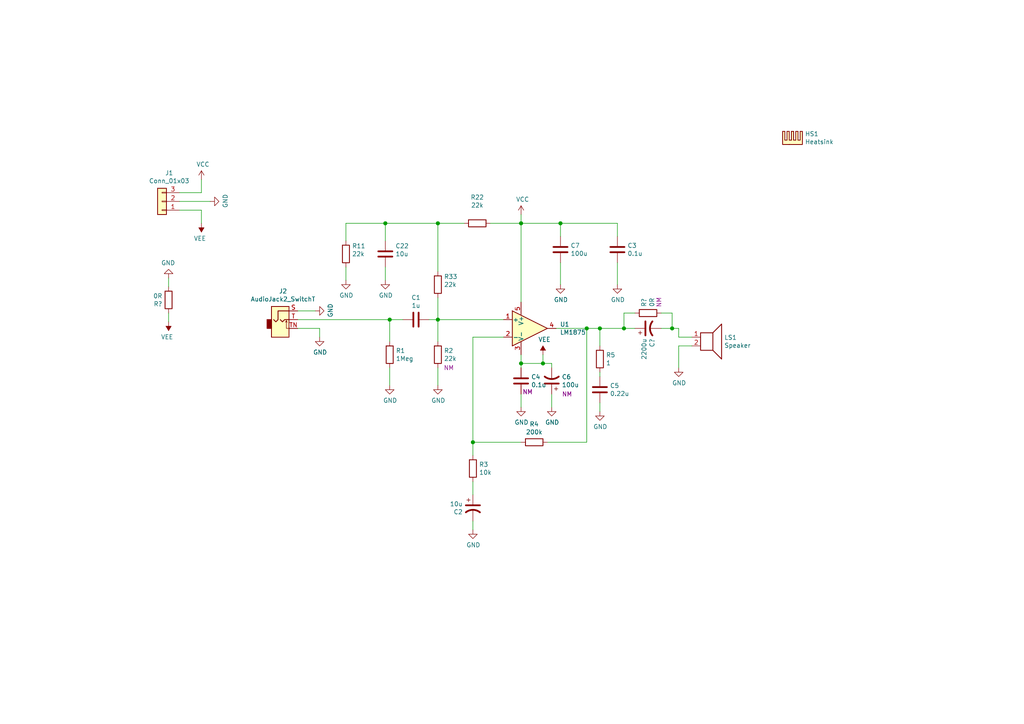
<source format=kicad_sch>
(kicad_sch (version 20210406) (generator eeschema)
  (paper "A4")
  (lib_symbols
    (symbol "Amplifier_Audio:LM1875" (pin_names (offset 0.127))
      (property "Reference" "U" (at 3.81 6.35 0))
      (property "Value" "LM1875" (at 3.81 3.81 0))
      (symbol "LM1875_0_1"
        (polyline (pts (xy -5.08 5.08) (xy 5.08 0) (xy -5.08 -5.08) (xy -5.08 5.08)) (stroke (width 0.254)) (fill (type background)))
      )
      (symbol "LM1875_1_1"
        (pin input line (at -7.62 2.54 0) (length 2.54) (name "+") (number "1"))
        (pin input line (at -7.62 -2.54 0) (length 2.54) (name "-") (number "2"))
        (pin power_in line (at -2.54 -7.62 90) (length 3.81) (name "V-") (number "3"))
        (pin output line (at 7.62 0 180) (length 2.54) (name "~") (number "4"))
        (pin power_in line (at -2.54 7.62 270) (length 3.81) (name "V+") (number "5"))
      )
    )
    (symbol "Connector:AudioJack2_SwitchT"
      (property "Reference" "J" (at 0 8.89 0))
      (property "Value" "AudioJack2_SwitchT" (at 0 6.35 0))
      (symbol "AudioJack2_SwitchT_0_1"
        (rectangle (start -2.54 0) (end -3.81 -2.54) (stroke (width 0.254)) (fill (type outline)))
        (rectangle (start 2.54 3.81) (end -2.54 -5.08) (stroke (width 0.254)) (fill (type background)))
        (polyline (pts (xy 1.778 -0.254) (xy 2.032 -0.762)))
        (polyline (pts (xy 0 0) (xy 0.635 -0.635) (xy 1.27 0) (xy 2.54 0)) (stroke (width 0.254)))
        (polyline (pts (xy 2.54 -2.54) (xy 1.778 -2.54) (xy 1.778 -0.254) (xy 1.524 -0.762)))
        (polyline (pts (xy 2.54 2.54) (xy -0.635 2.54) (xy -0.635 0) (xy -1.27 -0.635) (xy -1.905 0)) (stroke (width 0.254)))
      )
      (symbol "AudioJack2_SwitchT_1_1"
        (pin passive line (at 5.08 2.54 180) (length 2.54) (name "~") (number "S"))
        (pin passive line (at 5.08 0 180) (length 2.54) (name "~") (number "T"))
        (pin passive line (at 5.08 -2.54 180) (length 2.54) (name "~") (number "TN"))
      )
    )
    (symbol "Connector_Generic:Conn_01x03" (pin_names (offset 1.016) hide)
      (property "Reference" "J" (at 0 5.08 0))
      (property "Value" "Conn_01x03" (at 0 -5.08 0))
      (symbol "Conn_01x03_1_1"
        (rectangle (start -1.27 -2.413) (end 0 -2.667) (stroke (width 0.1524)))
        (rectangle (start -1.27 0.127) (end 0 -0.127) (stroke (width 0.1524)))
        (rectangle (start -1.27 2.667) (end 0 2.413) (stroke (width 0.1524)))
        (rectangle (start -1.27 3.81) (end 1.27 -3.81) (stroke (width 0.254)) (fill (type background)))
        (pin passive line (at -5.08 2.54 0) (length 3.81) (name "Pin_1") (number "1"))
        (pin passive line (at -5.08 0 0) (length 3.81) (name "Pin_2") (number "2"))
        (pin passive line (at -5.08 -2.54 0) (length 3.81) (name "Pin_3") (number "3"))
      )
    )
    (symbol "Device:C" (pin_numbers hide) (pin_names (offset 0.254))
      (property "Reference" "C" (at 0.635 2.54 0))
      (property "Value" "C" (at 0.635 -2.54 0))
      (symbol "C_0_1"
        (polyline (pts (xy -2.032 -0.762) (xy 2.032 -0.762)) (stroke (width 0.508)))
        (polyline (pts (xy -2.032 0.762) (xy 2.032 0.762)) (stroke (width 0.508)))
      )
      (symbol "C_1_1"
        (pin passive line (at 0 3.81 270) (length 2.794) (name "~") (number "1"))
        (pin passive line (at 0 -3.81 90) (length 2.794) (name "~") (number "2"))
      )
    )
    (symbol "Device:R" (pin_numbers hide) (pin_names (offset 0))
      (property "Reference" "R" (at 2.032 0 90))
      (property "Value" "R" (at 0 0 90))
      (symbol "R_0_1"
        (rectangle (start -1.016 -2.54) (end 1.016 2.54) (stroke (width 0.254)))
      )
      (symbol "R_1_1"
        (pin passive line (at 0 3.81 270) (length 1.27) (name "~") (number "1"))
        (pin passive line (at 0 -3.81 90) (length 1.27) (name "~") (number "2"))
      )
    )
    (symbol "Device:Speaker" (pin_names (offset 0) hide)
      (property "Reference" "LS" (at 1.27 5.715 0))
      (property "Value" "Speaker" (at 1.27 3.81 0))
      (symbol "Speaker_0_0"
        (rectangle (start -2.54 1.27) (end 1.016 -3.81) (stroke (width 0.254)))
        (polyline (pts (xy 1.016 1.27) (xy 3.556 3.81) (xy 3.556 -6.35) (xy 1.016 -3.81)) (stroke (width 0.254)))
      )
      (symbol "Speaker_1_1"
        (pin input line (at -5.08 0 0) (length 2.54) (name "1") (number "1"))
        (pin input line (at -5.08 -2.54 0) (length 2.54) (name "2") (number "2"))
      )
    )
    (symbol "LM1875_AMP-rescue:CP1-Device" (pin_numbers hide) (pin_names (offset 0.254) hide)
      (property "Reference" "C" (at 0.635 2.54 0))
      (property "Value" "CP1-Device" (at 0.635 -2.54 0))
      (symbol "CP1-Device_0_1"
        (arc (start -2.032 -1.27) (end 2.032 -1.27) (radius (at 0 -3.81) (length 3.2512) (angles 128.7 51.3)) (stroke (width 0.508)))
        (polyline (pts (xy -2.032 0.762) (xy 2.032 0.762)) (stroke (width 0.508)))
        (polyline (pts (xy -1.778 2.286) (xy -0.762 2.286)))
        (polyline (pts (xy -1.27 1.778) (xy -1.27 2.794)))
      )
      (symbol "CP1-Device_1_1"
        (pin passive line (at 0 3.81 270) (length 2.794) (name "~") (number "1"))
        (pin passive line (at 0 -3.81 90) (length 3.302) (name "~") (number "2"))
      )
    )
    (symbol "Mechanical:Heatsink" (pin_names (offset 1.016))
      (property "Reference" "HS" (at 0 5.08 0))
      (property "Value" "Heatsink" (at 0 -1.27 0))
      (symbol "Heatsink_0_1"
        (polyline (pts (xy -0.3302 1.27) (xy -0.9652 1.27) (xy -0.9652 3.81) (xy -1.6002 3.81) (xy -1.6002 1.27) (xy -2.2352 1.27) (xy -2.2352 3.81) (xy -2.8702 3.81) (xy -2.8702 0) (xy -0.9652 0)) (stroke (width 0.254)) (fill (type background)))
        (polyline (pts (xy -0.3302 1.27) (xy -0.3302 3.81) (xy 0.3048 3.81) (xy 0.3048 1.27) (xy 0.9398 1.27) (xy 0.9398 3.81) (xy 1.5748 3.81) (xy 1.5748 1.27) (xy 2.2098 1.27) (xy 2.2098 3.81) (xy 2.8448 3.81) (xy 2.8448 0) (xy -0.9652 0)) (stroke (width 0.254)) (fill (type background)))
      )
    )
    (symbol "power:GND" (power) (pin_names (offset 0))
      (property "Value" "GND" (at 0 -3.81 0))
      (symbol "GND_0_1"
        (polyline (pts (xy 0 0) (xy 0 -1.27) (xy 1.27 -1.27) (xy 0 -2.54) (xy -1.27 -1.27) (xy 0 -1.27)))
      )
      (symbol "GND_1_1"
        (pin power_in line (at 0 0 270) (length 0) hide (name "GND") (number "1"))
      )
    )
    (symbol "power:VCC" (power) (pin_names (offset 0))
      (property "Value" "VCC" (at 0 3.81 0))
      (symbol "VCC_0_1"
        (polyline (pts (xy -0.762 1.27) (xy 0 2.54)))
        (polyline (pts (xy 0 0) (xy 0 2.54)))
        (polyline (pts (xy 0 2.54) (xy 0.762 1.27)))
      )
      (symbol "VCC_1_1"
        (pin power_in line (at 0 0 90) (length 0) hide (name "VCC") (number "1"))
      )
    )
    (symbol "power:VEE" (power) (pin_names (offset 0))
      (property "Value" "VEE" (at 0 3.81 0))
      (symbol "VEE_0_1"
        (polyline (pts (xy 0 0) (xy 0 2.54)))
        (polyline (pts (xy 0.762 1.27) (xy -0.762 1.27) (xy 0 2.54) (xy 0.762 1.27)) (fill (type outline)))
      )
      (symbol "VEE_1_1"
        (pin power_in line (at 0 0 90) (length 0) hide (name "VEE") (number "1"))
      )
    )
  )
  (junction (at 111.76 64.77) (diameter 1.016))
  (junction (at 113.03 92.71) (diameter 1.016))
  (junction (at 127 64.77) (diameter 1.016))
  (junction (at 127 92.71) (diameter 1.016))
  (junction (at 137.16 128.27) (diameter 1.016))
  (junction (at 151.13 64.77) (diameter 1.016))
  (junction (at 151.13 105.41) (diameter 1.016))
  (junction (at 157.48 105.41) (diameter 1.016))
  (junction (at 162.56 64.77) (diameter 1.016))
  (junction (at 170.18 95.25) (diameter 1.016))
  (junction (at 173.99 95.25) (diameter 1.016))
  (junction (at 180.975 95.25) (diameter 1.016))
  (junction (at 194.945 95.25) (diameter 1.016))
  (wire (pts (xy 48.895 80.645) (xy 48.895 83.185)))
  (wire (pts (xy 48.895 90.805) (xy 48.895 93.345)))
  (wire (pts (xy 52.07 55.88) (xy 58.42 55.88)))
  (wire (pts (xy 52.07 58.42) (xy 60.96 58.42)))
  (wire (pts (xy 52.07 60.96) (xy 58.42 60.96)))
  (wire (pts (xy 58.42 52.07) (xy 58.42 55.88)))
  (wire (pts (xy 58.42 60.96) (xy 58.42 64.77)))
  (wire (pts (xy 86.36 90.17) (xy 91.44 90.17)))
  (wire (pts (xy 86.36 92.71) (xy 113.03 92.71)))
  (wire (pts (xy 92.71 95.25) (xy 86.36 95.25)))
  (wire (pts (xy 92.71 97.79) (xy 92.71 95.25)))
  (wire (pts (xy 100.33 64.77) (xy 111.76 64.77)))
  (wire (pts (xy 100.33 69.85) (xy 100.33 64.77)))
  (wire (pts (xy 100.33 81.28) (xy 100.33 77.47)))
  (wire (pts (xy 111.76 64.77) (xy 127 64.77)))
  (wire (pts (xy 111.76 69.85) (xy 111.76 64.77)))
  (wire (pts (xy 111.76 81.28) (xy 111.76 77.47)))
  (wire (pts (xy 113.03 92.71) (xy 113.03 99.06)))
  (wire (pts (xy 113.03 106.68) (xy 113.03 111.76)))
  (wire (pts (xy 116.84 92.71) (xy 113.03 92.71)))
  (wire (pts (xy 127 64.77) (xy 127 78.74)))
  (wire (pts (xy 127 86.36) (xy 127 92.71)))
  (wire (pts (xy 127 92.71) (xy 124.46 92.71)))
  (wire (pts (xy 127 99.06) (xy 127 92.71)))
  (wire (pts (xy 127 106.68) (xy 127 111.76)))
  (wire (pts (xy 134.62 64.77) (xy 127 64.77)))
  (wire (pts (xy 137.16 97.79) (xy 146.05 97.79)))
  (wire (pts (xy 137.16 128.27) (xy 137.16 97.79)))
  (wire (pts (xy 137.16 128.27) (xy 137.16 132.08)))
  (wire (pts (xy 137.16 139.7) (xy 137.16 143.51)))
  (wire (pts (xy 137.16 151.13) (xy 137.16 153.67)))
  (wire (pts (xy 142.24 64.77) (xy 151.13 64.77)))
  (wire (pts (xy 146.05 92.71) (xy 127 92.71)))
  (wire (pts (xy 151.13 62.23) (xy 151.13 64.77)))
  (wire (pts (xy 151.13 64.77) (xy 162.56 64.77)))
  (wire (pts (xy 151.13 87.63) (xy 151.13 64.77)))
  (wire (pts (xy 151.13 102.87) (xy 151.13 105.41)))
  (wire (pts (xy 151.13 105.41) (xy 151.13 106.68)))
  (wire (pts (xy 151.13 114.3) (xy 151.13 118.11)))
  (wire (pts (xy 151.13 128.27) (xy 137.16 128.27)))
  (wire (pts (xy 157.48 102.87) (xy 157.48 105.41)))
  (wire (pts (xy 157.48 105.41) (xy 151.13 105.41)))
  (wire (pts (xy 158.75 128.27) (xy 170.18 128.27)))
  (wire (pts (xy 160.02 105.41) (xy 157.48 105.41)))
  (wire (pts (xy 160.02 106.68) (xy 160.02 105.41)))
  (wire (pts (xy 160.02 118.11) (xy 160.02 114.3)))
  (wire (pts (xy 161.29 95.25) (xy 170.18 95.25)))
  (wire (pts (xy 162.56 64.77) (xy 179.07 64.77)))
  (wire (pts (xy 162.56 68.58) (xy 162.56 64.77)))
  (wire (pts (xy 162.56 76.2) (xy 162.56 82.55)))
  (wire (pts (xy 170.18 95.25) (xy 173.99 95.25)))
  (wire (pts (xy 170.18 128.27) (xy 170.18 95.25)))
  (wire (pts (xy 173.99 95.25) (xy 173.99 100.33)))
  (wire (pts (xy 173.99 95.25) (xy 180.975 95.25)))
  (wire (pts (xy 173.99 107.95) (xy 173.99 109.22)))
  (wire (pts (xy 173.99 116.84) (xy 173.99 119.38)))
  (wire (pts (xy 179.07 64.77) (xy 179.07 68.58)))
  (wire (pts (xy 179.07 76.2) (xy 179.07 82.55)))
  (wire (pts (xy 180.975 90.805) (xy 180.975 95.25)))
  (wire (pts (xy 180.975 95.25) (xy 184.15 95.25)))
  (wire (pts (xy 184.15 90.805) (xy 180.975 90.805)))
  (wire (pts (xy 191.77 90.805) (xy 194.945 90.805)))
  (wire (pts (xy 191.77 95.25) (xy 194.945 95.25)))
  (wire (pts (xy 194.945 90.805) (xy 194.945 95.25)))
  (wire (pts (xy 194.945 95.25) (xy 196.85 95.25)))
  (wire (pts (xy 196.85 97.79) (xy 196.85 95.25)))
  (wire (pts (xy 196.85 100.33) (xy 196.85 106.68)))
  (wire (pts (xy 200.66 97.79) (xy 196.85 97.79)))
  (wire (pts (xy 200.66 100.33) (xy 196.85 100.33)))
  (symbol (lib_id "power:VEE") (at 48.895 93.345 180) (unit 1)
    (property "Reference" "#PWR?" (effects hide))
    (property "Value" "VEE" (at 48.4632 97.7392 0))
  )
  (symbol (lib_id "power:VCC") (at 58.42 52.07 0) (unit 1)
    (property "Reference" "#PWR0114" (effects hide))
    (property "Value" "VCC" (at 58.8518 47.6758 0))
  )
  (symbol (lib_id "power:VEE") (at 58.42 64.77 180) (unit 1)
    (property "Reference" "#PWR0115" (effects hide))
    (property "Value" "VEE" (at 57.9882 69.1642 0))
  )
  (symbol (lib_id "power:VCC") (at 151.13 62.23 0) (unit 1)
    (property "Reference" "#PWR0111" (effects hide))
    (property "Value" "VCC" (at 151.5618 57.8358 0))
  )
  (symbol (lib_id "power:VEE") (at 157.48 102.87 0) (unit 1)
    (property "Reference" "#PWR0110" (effects hide))
    (property "Value" "VEE" (at 157.9118 98.4758 0))
  )
  (symbol (lib_id "power:GND") (at 48.895 80.645 180) (unit 1)
    (property "Reference" "#PWR?" (effects hide))
    (property "Value" "GND" (at 48.768 76.2508 0))
  )
  (symbol (lib_id "power:GND") (at 60.96 58.42 90) (unit 1)
    (property "Reference" "#PWR0116" (effects hide))
    (property "Value" "GND" (at 65.3542 58.293 0))
  )
  (symbol (lib_id "power:GND") (at 91.44 90.17 90) (unit 1)
    (property "Reference" "#PWR0118" (effects hide))
    (property "Value" "GND" (at 95.8342 90.043 0))
  )
  (symbol (lib_id "power:GND") (at 92.71 97.79 0) (unit 1)
    (property "Reference" "#PWR0117" (effects hide))
    (property "Value" "GND" (at 92.837 102.1842 0))
  )
  (symbol (lib_id "power:GND") (at 100.33 81.28 0) (unit 1)
    (property "Reference" "#PWR0113" (effects hide))
    (property "Value" "GND" (at 100.457 85.6742 0))
  )
  (symbol (lib_id "power:GND") (at 111.76 81.28 0) (unit 1)
    (property "Reference" "#PWR0112" (effects hide))
    (property "Value" "GND" (at 111.887 85.6742 0))
  )
  (symbol (lib_id "power:GND") (at 113.03 111.76 0) (unit 1)
    (property "Reference" "#PWR0106" (effects hide))
    (property "Value" "GND" (at 113.157 116.1542 0))
  )
  (symbol (lib_id "power:GND") (at 127 111.76 0) (unit 1)
    (property "Reference" "#PWR0105" (effects hide))
    (property "Value" "GND" (at 127.127 116.1542 0))
  )
  (symbol (lib_id "power:GND") (at 137.16 153.67 0) (unit 1)
    (property "Reference" "#PWR0104" (effects hide))
    (property "Value" "GND" (at 137.287 158.0642 0))
  )
  (symbol (lib_id "power:GND") (at 151.13 118.11 0) (unit 1)
    (property "Reference" "#PWR0102" (effects hide))
    (property "Value" "GND" (at 151.257 122.5042 0))
  )
  (symbol (lib_id "power:GND") (at 160.02 118.11 0) (unit 1)
    (property "Reference" "#PWR0101" (effects hide))
    (property "Value" "GND" (at 160.147 122.5042 0))
  )
  (symbol (lib_id "power:GND") (at 162.56 82.55 0) (unit 1)
    (property "Reference" "#PWR0108" (effects hide))
    (property "Value" "GND" (at 162.687 86.9442 0))
  )
  (symbol (lib_id "power:GND") (at 173.99 119.38 0) (unit 1)
    (property "Reference" "#PWR0103" (effects hide))
    (property "Value" "GND" (at 174.117 123.7742 0))
  )
  (symbol (lib_id "power:GND") (at 179.07 82.55 0) (unit 1)
    (property "Reference" "#PWR0107" (effects hide))
    (property "Value" "GND" (at 179.197 86.9442 0))
  )
  (symbol (lib_id "power:GND") (at 196.85 106.68 0) (unit 1)
    (property "Reference" "#PWR0109" (effects hide))
    (property "Value" "GND" (at 196.977 111.0742 0))
  )
  (symbol (lib_id "Device:R") (at 48.895 86.995 180) (unit 1)
    (property "Reference" "R?" (at 47.117 88.1634 0) (effects (justify left)))
    (property "Value" "0R" (at 47.117 85.852 0) (effects (justify left)))
    (property "Footprint" "Resistor_SMD:R_0603_1608Metric_Pad1.05x0.95mm_HandSolder" (effects hide))
  )
  (symbol (lib_id "Device:R") (at 100.33 73.66 180) (unit 1)
    (property "Reference" "R11" (at 102.108 71.3486 0) (effects (justify right)))
    (property "Value" "22k" (at 102.108 73.66 0) (effects (justify right)))
    (property "Footprint" "Resistor_SMD:R_0603_1608Metric_Pad1.05x0.95mm_HandSolder" (effects hide))
  )
  (symbol (lib_id "Device:R") (at 113.03 102.87 0) (unit 1)
    (property "Reference" "R1" (at 114.808 101.7016 0) (effects (justify left)))
    (property "Value" "1Meg" (at 114.808 104.013 0) (effects (justify left)))
    (property "Footprint" "Resistor_SMD:R_0603_1608Metric_Pad1.05x0.95mm_HandSolder" (effects hide))
  )
  (symbol (lib_id "Device:R") (at 127 82.55 0) (unit 1)
    (property "Reference" "R33" (at 128.778 80.2386 0) (effects (justify left)))
    (property "Value" "22k" (at 128.778 82.55 0) (effects (justify left)))
    (property "Footprint" "Resistor_SMD:R_0603_1608Metric_Pad1.05x0.95mm_HandSolder" (effects hide))
  )
  (symbol (lib_id "Device:R") (at 127 102.87 0) (unit 1)
    (property "Reference" "R2" (at 128.778 101.7016 0) (effects (justify left)))
    (property "Value" "22k" (at 128.778 104.013 0) (effects (justify left)))
    (property "Footprint" "Resistor_SMD:R_0603_1608Metric_Pad1.05x0.95mm_HandSolder" (effects hide))
    (property "MOUNT" "NM" (at 130.175 106.68 0))
  )
  (symbol (lib_id "Device:R") (at 137.16 135.89 180) (unit 1)
    (property "Reference" "R3" (at 138.938 134.7216 0) (effects (justify right)))
    (property "Value" "10k" (at 138.938 137.033 0) (effects (justify right)))
    (property "Footprint" "Resistor_SMD:R_0603_1608Metric_Pad1.05x0.95mm_HandSolder" (effects hide))
  )
  (symbol (lib_id "Device:R") (at 138.43 64.77 270) (unit 1)
    (property "Reference" "R22" (at 138.43 57.2262 90))
    (property "Value" "22k" (at 138.43 59.5376 90))
    (property "Footprint" "Resistor_SMD:R_0603_1608Metric_Pad1.05x0.95mm_HandSolder" (effects hide))
  )
  (symbol (lib_id "Device:R") (at 154.94 128.27 270) (unit 1)
    (property "Reference" "R4" (at 154.94 123.0122 90))
    (property "Value" "200k" (at 154.94 125.3236 90))
    (property "Footprint" "Resistor_SMD:R_0603_1608Metric_Pad1.05x0.95mm_HandSolder" (effects hide))
  )
  (symbol (lib_id "Device:R") (at 173.99 104.14 0) (unit 1)
    (property "Reference" "R5" (at 175.768 102.9716 0) (effects (justify left)))
    (property "Value" "1" (at 175.768 105.283 0) (effects (justify left)))
    (property "Footprint" "Resistor_SMD:R_0603_1608Metric_Pad1.05x0.95mm_HandSolder" (effects hide))
  )
  (symbol (lib_id "Device:R") (at 187.96 90.805 90) (unit 1)
    (property "Reference" "R?" (at 186.7916 89.027 0) (effects (justify left)))
    (property "Value" "0R" (at 189.103 89.027 0) (effects (justify left)))
    (property "Footprint" "Resistor_SMD:R_0603_1608Metric_Pad1.05x0.95mm_HandSolder" (effects hide))
    (property "MOUNT" "NM" (at 191.135 87.63 0))
  )
  (symbol (lib_id "Mechanical:Heatsink") (at 229.87 41.91 0) (unit 1)
    (property "Reference" "HS1" (at 233.4768 38.8366 0) (effects (justify left)))
    (property "Value" "Heatsink" (at 233.4768 41.148 0) (effects (justify left)))
    (property "Footprint" "Heatsink:Heatsink_Stonecold_HS-132_32x14mm_2xFixation1.5mm" (effects hide))
  )
  (symbol (lib_id "Device:C") (at 111.76 73.66 0) (unit 1)
    (property "Reference" "C22" (at 114.681 71.3486 0) (effects (justify left)))
    (property "Value" "10u" (at 114.681 73.66 0) (effects (justify left)))
    (property "Footprint" "Capacitor_THT:CP_Radial_D8.0mm_P3.50mm" (effects hide))
    (property "MPN" "860010674014" (effects hide))
  )
  (symbol (lib_id "Device:C") (at 120.65 92.71 270) (unit 1)
    (property "Reference" "C1" (at 120.65 86.3092 90))
    (property "Value" "1u" (at 120.65 88.6206 90))
    (property "Footprint" "Capacitor_SMD:C_0603_1608Metric_Pad1.05x0.95mm_HandSolder" (effects hide))
  )
  (symbol (lib_id "LM1875_AMP-rescue:CP1-Device") (at 137.16 147.32 0) (unit 1)
    (property "Reference" "C2" (at 134.239 148.4884 0) (effects (justify right)))
    (property "Value" "10u" (at 134.239 146.177 0) (effects (justify right)))
    (property "Footprint" "Capacitor_THT:CP_Radial_D5.0mm_P2.00mm" (effects hide))
  )
  (symbol (lib_id "Device:C") (at 151.13 110.49 0) (unit 1)
    (property "Reference" "C4" (at 154.051 109.3216 0) (effects (justify left)))
    (property "Value" "0.1u" (at 154.051 111.633 0) (effects (justify left)))
    (property "Footprint" "Capacitor_THT:CP_Radial_D5.0mm_P2.00mm" (effects hide))
    (property "MPN" "860020672001" (effects hide))
    (property "MOUNT" "NM" (at 153.035 113.665 0))
  )
  (symbol (lib_id "LM1875_AMP-rescue:CP1-Device") (at 160.02 110.49 180) (unit 1)
    (property "Reference" "C6" (at 162.941 109.3216 0) (effects (justify right)))
    (property "Value" "100u" (at 162.941 111.633 0) (effects (justify right)))
    (property "Footprint" "Capacitor_THT:CP_Radial_D8.0mm_P3.50mm" (effects hide))
    (property "MPN" "860010674014" (effects hide))
    (property "MOUNT" "NM" (at 164.465 114.3 0))
  )
  (symbol (lib_id "Device:C") (at 162.56 72.39 0) (unit 1)
    (property "Reference" "C7" (at 165.481 71.2216 0) (effects (justify left)))
    (property "Value" "100u" (at 165.481 73.533 0) (effects (justify left)))
    (property "Footprint" "Capacitor_THT:CP_Radial_D8.0mm_P3.50mm" (effects hide))
    (property "MPN" "860010674014" (effects hide))
  )
  (symbol (lib_id "Device:C") (at 173.99 113.03 0) (unit 1)
    (property "Reference" "C5" (at 176.911 111.8616 0) (effects (justify left)))
    (property "Value" "0.22u" (at 176.911 114.173 0) (effects (justify left)))
    (property "Footprint" "Capacitor_SMD:CP_Elec_5x4.5" (effects hide))
  )
  (symbol (lib_id "Device:C") (at 179.07 72.39 0) (unit 1)
    (property "Reference" "C3" (at 181.991 71.2216 0) (effects (justify left)))
    (property "Value" "0.1u" (at 181.991 73.533 0) (effects (justify left)))
    (property "Footprint" "Capacitor_THT:CP_Radial_D5.0mm_P2.00mm" (effects hide))
    (property "MPN" "860020672001" (effects hide))
  )
  (symbol (lib_id "LM1875_AMP-rescue:CP1-Device") (at 187.96 95.25 90) (unit 1)
    (property "Reference" "C?" (at 189.1284 98.171 0) (effects (justify right)))
    (property "Value" "2200u" (at 186.817 98.171 0) (effects (justify right)))
    (property "Footprint" "Capacitor_THT:CP_Radial_D5.0mm_P2.00mm" (effects hide))
  )
  (symbol (lib_id "Connector_Generic:Conn_01x03") (at 46.99 58.42 180) (unit 1)
    (property "Reference" "J1" (at 49.0728 50.165 0))
    (property "Value" "Conn_01x03" (at 49.0728 52.4764 0))
    (property "Footprint" "Connector_Wire:SolderWirePad_1x03_P5.715mm_Drill2mm" (effects hide))
  )
  (symbol (lib_id "Connector:AudioJack2_SwitchT") (at 81.28 92.71 0) (unit 1)
    (property "Reference" "J2" (at 82.0928 84.455 0))
    (property "Value" "AudioJack2_SwitchT" (at 82.0928 86.7664 0))
    (property "Footprint" "Connector_Audio:Jack_3.5mm_CUI_SJ-3523-SMT_Horizontal" (effects hide))
    (property "MPN" "MJ-3523-SMT-TR" (effects hide))
  )
  (symbol (lib_id "Device:Speaker") (at 205.74 97.79 0) (unit 1)
    (property "Reference" "LS1" (at 210.058 97.8916 0) (effects (justify left)))
    (property "Value" "Speaker" (at 210.058 100.203 0) (effects (justify left)))
    (property "Footprint" "Connector_Wire:SolderWirePad_1x02_P7.62mm_Drill2mm" (effects hide))
  )
  (symbol (lib_id "Amplifier_Audio:LM1875") (at 153.67 95.25 0) (unit 1)
    (property "Reference" "U1" (at 162.4076 94.0816 0) (effects (justify left)))
    (property "Value" "LM1875" (at 162.4076 96.393 0) (effects (justify left)))
    (property "Footprint" "Package_TO_SOT_THT:TO-220-5_P3.4x3.7mm_StaggerOdd_Lead3.8mm_Vertical" (effects hide))
    (property "Datasheet" "http://www.ti.com/lit/ds/symlink/lm1875.pdf" (effects hide))
    (property "MPN" "LM1875T/LF03‎" (effects hide))
  )
)
</source>
